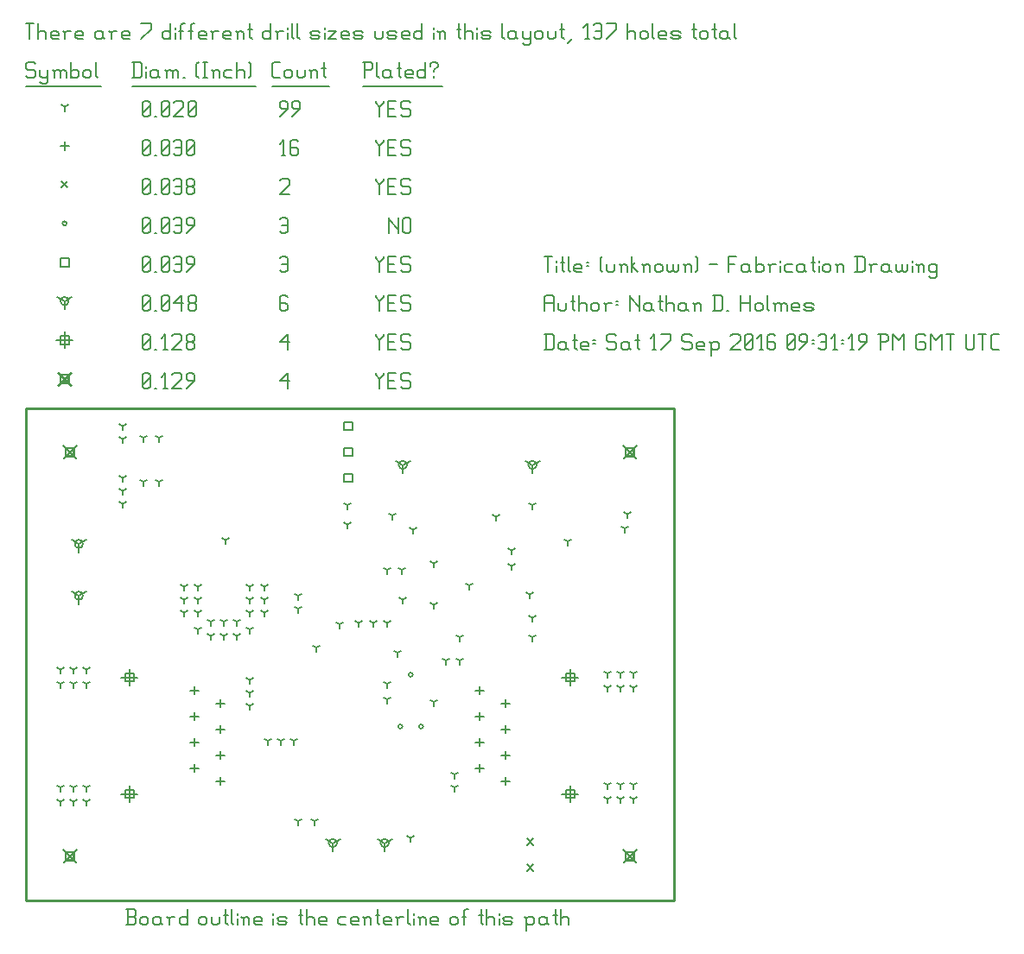
<source format=gbr>
G04 start of page 13 for group -3984 idx -3984 *
G04 Title: (unknown), fab *
G04 Creator: pcb 20140316 *
G04 CreationDate: Sat 17 Sep 2016 09:31:19 PM GMT UTC *
G04 For: ndholmes *
G04 Format: Gerber/RS-274X *
G04 PCB-Dimensions (mil): 2500.00 1900.00 *
G04 PCB-Coordinate-Origin: lower left *
%MOIN*%
%FSLAX25Y25*%
%LNFAB*%
%ADD115C,0.0100*%
%ADD114C,0.0060*%
%ADD113R,0.0080X0.0080*%
%ADD112C,0.0001*%
G54D112*G36*
X14600Y175966D02*X19966Y170600D01*
X19400Y170034D01*
X14034Y175400D01*
X14600Y175966D01*
G37*
G36*
X14034Y170600D02*X19400Y175966D01*
X19966Y175400D01*
X14600Y170034D01*
X14034Y170600D01*
G37*
G54D113*X15400Y174600D02*X18600D01*
X15400D02*Y171400D01*
X18600D01*
Y174600D02*Y171400D01*
G54D112*G36*
X230600Y175966D02*X235966Y170600D01*
X235400Y170034D01*
X230034Y175400D01*
X230600Y175966D01*
G37*
G36*
X230034Y170600D02*X235400Y175966D01*
X235966Y175400D01*
X230600Y170034D01*
X230034Y170600D01*
G37*
G54D113*X231400Y174600D02*X234600D01*
X231400D02*Y171400D01*
X234600D01*
Y174600D02*Y171400D01*
G54D112*G36*
X230600Y19966D02*X235966Y14600D01*
X235400Y14034D01*
X230034Y19400D01*
X230600Y19966D01*
G37*
G36*
X230034Y14600D02*X235400Y19966D01*
X235966Y19400D01*
X230600Y14034D01*
X230034Y14600D01*
G37*
G54D113*X231400Y18600D02*X234600D01*
X231400D02*Y15400D01*
X234600D01*
Y18600D02*Y15400D01*
G54D112*G36*
X14600Y19966D02*X19966Y14600D01*
X19400Y14034D01*
X14034Y19400D01*
X14600Y19966D01*
G37*
G36*
X14034Y14600D02*X19400Y19966D01*
X19966Y19400D01*
X14600Y14034D01*
X14034Y14600D01*
G37*
G54D113*X15400Y18600D02*X18600D01*
X15400D02*Y15400D01*
X18600D01*
Y18600D02*Y15400D01*
G54D112*G36*
X12600Y204216D02*X17966Y198850D01*
X17400Y198284D01*
X12034Y203650D01*
X12600Y204216D01*
G37*
G36*
X12034Y198850D02*X17400Y204216D01*
X17966Y203650D01*
X12600Y198284D01*
X12034Y198850D01*
G37*
G54D113*X13400Y202850D02*X16600D01*
X13400D02*Y199650D01*
X16600D01*
Y202850D02*Y199650D01*
G54D114*X135000Y203500D02*Y202750D01*
X136500Y201250D01*
X138000Y202750D01*
Y203500D02*Y202750D01*
X136500Y201250D02*Y197500D01*
X139800Y200500D02*X142050D01*
X139800Y197500D02*X142800D01*
X139800Y203500D02*Y197500D01*
Y203500D02*X142800D01*
X147600D02*X148350Y202750D01*
X145350Y203500D02*X147600D01*
X144600Y202750D02*X145350Y203500D01*
X144600Y202750D02*Y201250D01*
X145350Y200500D01*
X147600D01*
X148350Y199750D01*
Y198250D01*
X147600Y197500D02*X148350Y198250D01*
X145350Y197500D02*X147600D01*
X144600Y198250D02*X145350Y197500D01*
X98000Y200500D02*X101000Y203500D01*
X98000Y200500D02*X101750D01*
X101000Y203500D02*Y197500D01*
X45000Y198250D02*X45750Y197500D01*
X45000Y202750D02*Y198250D01*
Y202750D02*X45750Y203500D01*
X47250D01*
X48000Y202750D01*
Y198250D01*
X47250Y197500D02*X48000Y198250D01*
X45750Y197500D02*X47250D01*
X45000Y199000D02*X48000Y202000D01*
X49800Y197500D02*X50550D01*
X53100D02*X54600D01*
X53850Y203500D02*Y197500D01*
X52350Y202000D02*X53850Y203500D01*
X56400Y202750D02*X57150Y203500D01*
X59400D01*
X60150Y202750D01*
Y201250D01*
X56400Y197500D02*X60150Y201250D01*
X56400Y197500D02*X60150D01*
X61950D02*X64950Y200500D01*
Y202750D02*Y200500D01*
X64200Y203500D02*X64950Y202750D01*
X62700Y203500D02*X64200D01*
X61950Y202750D02*X62700Y203500D01*
X61950Y202750D02*Y201250D01*
X62700Y200500D01*
X64950D01*
X40000Y89200D02*Y82800D01*
X36800Y86000D02*X43200D01*
X38400Y87600D02*X41600D01*
X38400D02*Y84400D01*
X41600D01*
Y87600D02*Y84400D01*
X40000Y44200D02*Y37800D01*
X36800Y41000D02*X43200D01*
X38400Y42600D02*X41600D01*
X38400D02*Y39400D01*
X41600D01*
Y42600D02*Y39400D01*
X210000Y44200D02*Y37800D01*
X206800Y41000D02*X213200D01*
X208400Y42600D02*X211600D01*
X208400D02*Y39400D01*
X211600D01*
Y42600D02*Y39400D01*
X210000Y89200D02*Y82800D01*
X206800Y86000D02*X213200D01*
X208400Y87600D02*X211600D01*
X208400D02*Y84400D01*
X211600D01*
Y87600D02*Y84400D01*
X15000Y219450D02*Y213050D01*
X11800Y216250D02*X18200D01*
X13400Y217850D02*X16600D01*
X13400D02*Y214650D01*
X16600D01*
Y217850D02*Y214650D01*
X135000Y218500D02*Y217750D01*
X136500Y216250D01*
X138000Y217750D01*
Y218500D02*Y217750D01*
X136500Y216250D02*Y212500D01*
X139800Y215500D02*X142050D01*
X139800Y212500D02*X142800D01*
X139800Y218500D02*Y212500D01*
Y218500D02*X142800D01*
X147600D02*X148350Y217750D01*
X145350Y218500D02*X147600D01*
X144600Y217750D02*X145350Y218500D01*
X144600Y217750D02*Y216250D01*
X145350Y215500D01*
X147600D01*
X148350Y214750D01*
Y213250D01*
X147600Y212500D02*X148350Y213250D01*
X145350Y212500D02*X147600D01*
X144600Y213250D02*X145350Y212500D01*
X98000Y215500D02*X101000Y218500D01*
X98000Y215500D02*X101750D01*
X101000Y218500D02*Y212500D01*
X45000Y213250D02*X45750Y212500D01*
X45000Y217750D02*Y213250D01*
Y217750D02*X45750Y218500D01*
X47250D01*
X48000Y217750D01*
Y213250D01*
X47250Y212500D02*X48000Y213250D01*
X45750Y212500D02*X47250D01*
X45000Y214000D02*X48000Y217000D01*
X49800Y212500D02*X50550D01*
X53100D02*X54600D01*
X53850Y218500D02*Y212500D01*
X52350Y217000D02*X53850Y218500D01*
X56400Y217750D02*X57150Y218500D01*
X59400D01*
X60150Y217750D01*
Y216250D01*
X56400Y212500D02*X60150Y216250D01*
X56400Y212500D02*X60150D01*
X61950Y213250D02*X62700Y212500D01*
X61950Y214750D02*Y213250D01*
Y214750D02*X62700Y215500D01*
X64200D01*
X64950Y214750D01*
Y213250D01*
X64200Y212500D02*X64950Y213250D01*
X62700Y212500D02*X64200D01*
X61950Y216250D02*X62700Y215500D01*
X61950Y217750D02*Y216250D01*
Y217750D02*X62700Y218500D01*
X64200D01*
X64950Y217750D01*
Y216250D01*
X64200Y215500D02*X64950Y216250D01*
X118500Y22000D02*Y18800D01*
Y22000D02*X121273Y23600D01*
X118500Y22000D02*X115727Y23600D01*
X116900Y22000D02*G75*G03X120100Y22000I1600J0D01*G01*
G75*G03X116900Y22000I-1600J0D01*G01*
X138500D02*Y18800D01*
Y22000D02*X141273Y23600D01*
X138500Y22000D02*X135727Y23600D01*
X136900Y22000D02*G75*G03X140100Y22000I1600J0D01*G01*
G75*G03X136900Y22000I-1600J0D01*G01*
X145500Y168000D02*Y164800D01*
Y168000D02*X148273Y169600D01*
X145500Y168000D02*X142727Y169600D01*
X143900Y168000D02*G75*G03X147100Y168000I1600J0D01*G01*
G75*G03X143900Y168000I-1600J0D01*G01*
X195500D02*Y164800D01*
Y168000D02*X198273Y169600D01*
X195500Y168000D02*X192727Y169600D01*
X193900Y168000D02*G75*G03X197100Y168000I1600J0D01*G01*
G75*G03X193900Y168000I-1600J0D01*G01*
X20500Y137500D02*Y134300D01*
Y137500D02*X23273Y139100D01*
X20500Y137500D02*X17727Y139100D01*
X18900Y137500D02*G75*G03X22100Y137500I1600J0D01*G01*
G75*G03X18900Y137500I-1600J0D01*G01*
X20500Y117500D02*Y114300D01*
Y117500D02*X23273Y119100D01*
X20500Y117500D02*X17727Y119100D01*
X18900Y117500D02*G75*G03X22100Y117500I1600J0D01*G01*
G75*G03X18900Y117500I-1600J0D01*G01*
X15000Y231250D02*Y228050D01*
Y231250D02*X17773Y232850D01*
X15000Y231250D02*X12227Y232850D01*
X13400Y231250D02*G75*G03X16600Y231250I1600J0D01*G01*
G75*G03X13400Y231250I-1600J0D01*G01*
X135000Y233500D02*Y232750D01*
X136500Y231250D01*
X138000Y232750D01*
Y233500D02*Y232750D01*
X136500Y231250D02*Y227500D01*
X139800Y230500D02*X142050D01*
X139800Y227500D02*X142800D01*
X139800Y233500D02*Y227500D01*
Y233500D02*X142800D01*
X147600D02*X148350Y232750D01*
X145350Y233500D02*X147600D01*
X144600Y232750D02*X145350Y233500D01*
X144600Y232750D02*Y231250D01*
X145350Y230500D01*
X147600D01*
X148350Y229750D01*
Y228250D01*
X147600Y227500D02*X148350Y228250D01*
X145350Y227500D02*X147600D01*
X144600Y228250D02*X145350Y227500D01*
X100250Y233500D02*X101000Y232750D01*
X98750Y233500D02*X100250D01*
X98000Y232750D02*X98750Y233500D01*
X98000Y232750D02*Y228250D01*
X98750Y227500D01*
X100250Y230500D02*X101000Y229750D01*
X98000Y230500D02*X100250D01*
X98750Y227500D02*X100250D01*
X101000Y228250D01*
Y229750D02*Y228250D01*
X45000D02*X45750Y227500D01*
X45000Y232750D02*Y228250D01*
Y232750D02*X45750Y233500D01*
X47250D01*
X48000Y232750D01*
Y228250D01*
X47250Y227500D02*X48000Y228250D01*
X45750Y227500D02*X47250D01*
X45000Y229000D02*X48000Y232000D01*
X49800Y227500D02*X50550D01*
X52350Y228250D02*X53100Y227500D01*
X52350Y232750D02*Y228250D01*
Y232750D02*X53100Y233500D01*
X54600D01*
X55350Y232750D01*
Y228250D01*
X54600Y227500D02*X55350Y228250D01*
X53100Y227500D02*X54600D01*
X52350Y229000D02*X55350Y232000D01*
X57150Y230500D02*X60150Y233500D01*
X57150Y230500D02*X60900D01*
X60150Y233500D02*Y227500D01*
X62700Y228250D02*X63450Y227500D01*
X62700Y229750D02*Y228250D01*
Y229750D02*X63450Y230500D01*
X64950D01*
X65700Y229750D01*
Y228250D01*
X64950Y227500D02*X65700Y228250D01*
X63450Y227500D02*X64950D01*
X62700Y231250D02*X63450Y230500D01*
X62700Y232750D02*Y231250D01*
Y232750D02*X63450Y233500D01*
X64950D01*
X65700Y232750D01*
Y231250D01*
X64950Y230500D02*X65700Y231250D01*
X147700Y87000D02*G75*G03X149300Y87000I800J0D01*G01*
G75*G03X147700Y87000I-800J0D01*G01*
X151700Y67000D02*G75*G03X153300Y67000I800J0D01*G01*
G75*G03X151700Y67000I-800J0D01*G01*
X143700D02*G75*G03X145300Y67000I800J0D01*G01*
G75*G03X143700Y67000I-800J0D01*G01*
X122900Y184600D02*X126100D01*
X122900D02*Y181400D01*
X126100D01*
Y184600D02*Y181400D01*
X122900Y174600D02*X126100D01*
X122900D02*Y171400D01*
X126100D01*
Y174600D02*Y171400D01*
X122900Y164600D02*X126100D01*
X122900D02*Y161400D01*
X126100D01*
Y164600D02*Y161400D01*
X13400Y247850D02*X16600D01*
X13400D02*Y244650D01*
X16600D01*
Y247850D02*Y244650D01*
X135000Y248500D02*Y247750D01*
X136500Y246250D01*
X138000Y247750D01*
Y248500D02*Y247750D01*
X136500Y246250D02*Y242500D01*
X139800Y245500D02*X142050D01*
X139800Y242500D02*X142800D01*
X139800Y248500D02*Y242500D01*
Y248500D02*X142800D01*
X147600D02*X148350Y247750D01*
X145350Y248500D02*X147600D01*
X144600Y247750D02*X145350Y248500D01*
X144600Y247750D02*Y246250D01*
X145350Y245500D01*
X147600D01*
X148350Y244750D01*
Y243250D01*
X147600Y242500D02*X148350Y243250D01*
X145350Y242500D02*X147600D01*
X144600Y243250D02*X145350Y242500D01*
X98000Y247750D02*X98750Y248500D01*
X100250D01*
X101000Y247750D01*
Y243250D01*
X100250Y242500D02*X101000Y243250D01*
X98750Y242500D02*X100250D01*
X98000Y243250D02*X98750Y242500D01*
Y245500D02*X101000D01*
X14200Y261250D02*G75*G03X15800Y261250I800J0D01*G01*
G75*G03X14200Y261250I-800J0D01*G01*
X140000Y263500D02*Y257500D01*
Y263500D02*Y262750D01*
X143750Y259000D01*
Y263500D02*Y257500D01*
X145550Y262750D02*Y258250D01*
Y262750D02*X146300Y263500D01*
X147800D01*
X148550Y262750D01*
Y258250D01*
X147800Y257500D02*X148550Y258250D01*
X146300Y257500D02*X147800D01*
X145550Y258250D02*X146300Y257500D01*
X98000Y262750D02*X98750Y263500D01*
X100250D01*
X101000Y262750D01*
Y258250D01*
X100250Y257500D02*X101000Y258250D01*
X98750Y257500D02*X100250D01*
X98000Y258250D02*X98750Y257500D01*
Y260500D02*X101000D01*
X45000Y258250D02*X45750Y257500D01*
X45000Y262750D02*Y258250D01*
Y262750D02*X45750Y263500D01*
X47250D01*
X48000Y262750D01*
Y258250D01*
X47250Y257500D02*X48000Y258250D01*
X45750Y257500D02*X47250D01*
X45000Y259000D02*X48000Y262000D01*
X49800Y257500D02*X50550D01*
X52350Y258250D02*X53100Y257500D01*
X52350Y262750D02*Y258250D01*
Y262750D02*X53100Y263500D01*
X54600D01*
X55350Y262750D01*
Y258250D01*
X54600Y257500D02*X55350Y258250D01*
X53100Y257500D02*X54600D01*
X52350Y259000D02*X55350Y262000D01*
X57150Y262750D02*X57900Y263500D01*
X59400D01*
X60150Y262750D01*
Y258250D01*
X59400Y257500D02*X60150Y258250D01*
X57900Y257500D02*X59400D01*
X57150Y258250D02*X57900Y257500D01*
Y260500D02*X60150D01*
X61950Y257500D02*X64950Y260500D01*
Y262750D02*Y260500D01*
X64200Y263500D02*X64950Y262750D01*
X62700Y263500D02*X64200D01*
X61950Y262750D02*X62700Y263500D01*
X61950Y262750D02*Y261250D01*
X62700Y260500D01*
X64950D01*
X45000Y243250D02*X45750Y242500D01*
X45000Y247750D02*Y243250D01*
Y247750D02*X45750Y248500D01*
X47250D01*
X48000Y247750D01*
Y243250D01*
X47250Y242500D02*X48000Y243250D01*
X45750Y242500D02*X47250D01*
X45000Y244000D02*X48000Y247000D01*
X49800Y242500D02*X50550D01*
X52350Y243250D02*X53100Y242500D01*
X52350Y247750D02*Y243250D01*
Y247750D02*X53100Y248500D01*
X54600D01*
X55350Y247750D01*
Y243250D01*
X54600Y242500D02*X55350Y243250D01*
X53100Y242500D02*X54600D01*
X52350Y244000D02*X55350Y247000D01*
X57150Y247750D02*X57900Y248500D01*
X59400D01*
X60150Y247750D01*
Y243250D01*
X59400Y242500D02*X60150Y243250D01*
X57900Y242500D02*X59400D01*
X57150Y243250D02*X57900Y242500D01*
Y245500D02*X60150D01*
X61950Y242500D02*X64950Y245500D01*
Y247750D02*Y245500D01*
X64200Y248500D02*X64950Y247750D01*
X62700Y248500D02*X64200D01*
X61950Y247750D02*X62700Y248500D01*
X61950Y247750D02*Y246250D01*
X62700Y245500D01*
X64950D01*
X193300Y23700D02*X195700Y21300D01*
X193300D02*X195700Y23700D01*
X193300Y13700D02*X195700Y11300D01*
X193300D02*X195700Y13700D01*
X13800Y277450D02*X16200Y275050D01*
X13800D02*X16200Y277450D01*
X135000Y278500D02*Y277750D01*
X136500Y276250D01*
X138000Y277750D01*
Y278500D02*Y277750D01*
X136500Y276250D02*Y272500D01*
X139800Y275500D02*X142050D01*
X139800Y272500D02*X142800D01*
X139800Y278500D02*Y272500D01*
Y278500D02*X142800D01*
X147600D02*X148350Y277750D01*
X145350Y278500D02*X147600D01*
X144600Y277750D02*X145350Y278500D01*
X144600Y277750D02*Y276250D01*
X145350Y275500D01*
X147600D01*
X148350Y274750D01*
Y273250D01*
X147600Y272500D02*X148350Y273250D01*
X145350Y272500D02*X147600D01*
X144600Y273250D02*X145350Y272500D01*
X98000Y277750D02*X98750Y278500D01*
X101000D01*
X101750Y277750D01*
Y276250D01*
X98000Y272500D02*X101750Y276250D01*
X98000Y272500D02*X101750D01*
X45000Y273250D02*X45750Y272500D01*
X45000Y277750D02*Y273250D01*
Y277750D02*X45750Y278500D01*
X47250D01*
X48000Y277750D01*
Y273250D01*
X47250Y272500D02*X48000Y273250D01*
X45750Y272500D02*X47250D01*
X45000Y274000D02*X48000Y277000D01*
X49800Y272500D02*X50550D01*
X52350Y273250D02*X53100Y272500D01*
X52350Y277750D02*Y273250D01*
Y277750D02*X53100Y278500D01*
X54600D01*
X55350Y277750D01*
Y273250D01*
X54600Y272500D02*X55350Y273250D01*
X53100Y272500D02*X54600D01*
X52350Y274000D02*X55350Y277000D01*
X57150Y277750D02*X57900Y278500D01*
X59400D01*
X60150Y277750D01*
Y273250D01*
X59400Y272500D02*X60150Y273250D01*
X57900Y272500D02*X59400D01*
X57150Y273250D02*X57900Y272500D01*
Y275500D02*X60150D01*
X61950Y273250D02*X62700Y272500D01*
X61950Y274750D02*Y273250D01*
Y274750D02*X62700Y275500D01*
X64200D01*
X64950Y274750D01*
Y273250D01*
X64200Y272500D02*X64950Y273250D01*
X62700Y272500D02*X64200D01*
X61950Y276250D02*X62700Y275500D01*
X61950Y277750D02*Y276250D01*
Y277750D02*X62700Y278500D01*
X64200D01*
X64950Y277750D01*
Y276250D01*
X64200Y275500D02*X64950Y276250D01*
X65000Y82600D02*Y79400D01*
X63400Y81000D02*X66600D01*
X75000Y77600D02*Y74400D01*
X73400Y76000D02*X76600D01*
X65000Y72600D02*Y69400D01*
X63400Y71000D02*X66600D01*
X75000Y67600D02*Y64400D01*
X73400Y66000D02*X76600D01*
X65000Y62600D02*Y59400D01*
X63400Y61000D02*X66600D01*
X75000Y57600D02*Y54400D01*
X73400Y56000D02*X76600D01*
X65000Y52600D02*Y49400D01*
X63400Y51000D02*X66600D01*
X75000Y47600D02*Y44400D01*
X73400Y46000D02*X76600D01*
X185000Y47600D02*Y44400D01*
X183400Y46000D02*X186600D01*
X175000Y52600D02*Y49400D01*
X173400Y51000D02*X176600D01*
X185000Y57600D02*Y54400D01*
X183400Y56000D02*X186600D01*
X175000Y62600D02*Y59400D01*
X173400Y61000D02*X176600D01*
X185000Y67600D02*Y64400D01*
X183400Y66000D02*X186600D01*
X175000Y72600D02*Y69400D01*
X173400Y71000D02*X176600D01*
X185000Y77600D02*Y74400D01*
X183400Y76000D02*X186600D01*
X175000Y82600D02*Y79400D01*
X173400Y81000D02*X176600D01*
X15000Y292850D02*Y289650D01*
X13400Y291250D02*X16600D01*
X135000Y293500D02*Y292750D01*
X136500Y291250D01*
X138000Y292750D01*
Y293500D02*Y292750D01*
X136500Y291250D02*Y287500D01*
X139800Y290500D02*X142050D01*
X139800Y287500D02*X142800D01*
X139800Y293500D02*Y287500D01*
Y293500D02*X142800D01*
X147600D02*X148350Y292750D01*
X145350Y293500D02*X147600D01*
X144600Y292750D02*X145350Y293500D01*
X144600Y292750D02*Y291250D01*
X145350Y290500D01*
X147600D01*
X148350Y289750D01*
Y288250D01*
X147600Y287500D02*X148350Y288250D01*
X145350Y287500D02*X147600D01*
X144600Y288250D02*X145350Y287500D01*
X98750D02*X100250D01*
X99500Y293500D02*Y287500D01*
X98000Y292000D02*X99500Y293500D01*
X104300D02*X105050Y292750D01*
X102800Y293500D02*X104300D01*
X102050Y292750D02*X102800Y293500D01*
X102050Y292750D02*Y288250D01*
X102800Y287500D01*
X104300Y290500D02*X105050Y289750D01*
X102050Y290500D02*X104300D01*
X102800Y287500D02*X104300D01*
X105050Y288250D01*
Y289750D02*Y288250D01*
X45000D02*X45750Y287500D01*
X45000Y292750D02*Y288250D01*
Y292750D02*X45750Y293500D01*
X47250D01*
X48000Y292750D01*
Y288250D01*
X47250Y287500D02*X48000Y288250D01*
X45750Y287500D02*X47250D01*
X45000Y289000D02*X48000Y292000D01*
X49800Y287500D02*X50550D01*
X52350Y288250D02*X53100Y287500D01*
X52350Y292750D02*Y288250D01*
Y292750D02*X53100Y293500D01*
X54600D01*
X55350Y292750D01*
Y288250D01*
X54600Y287500D02*X55350Y288250D01*
X53100Y287500D02*X54600D01*
X52350Y289000D02*X55350Y292000D01*
X57150Y292750D02*X57900Y293500D01*
X59400D01*
X60150Y292750D01*
Y288250D01*
X59400Y287500D02*X60150Y288250D01*
X57900Y287500D02*X59400D01*
X57150Y288250D02*X57900Y287500D01*
Y290500D02*X60150D01*
X61950Y288250D02*X62700Y287500D01*
X61950Y292750D02*Y288250D01*
Y292750D02*X62700Y293500D01*
X64200D01*
X64950Y292750D01*
Y288250D01*
X64200Y287500D02*X64950Y288250D01*
X62700Y287500D02*X64200D01*
X61950Y289000D02*X64950Y292000D01*
X195500Y101500D02*Y99900D01*
Y101500D02*X196887Y102300D01*
X195500Y101500D02*X194113Y102300D01*
X187500Y129000D02*Y127400D01*
Y129000D02*X188887Y129800D01*
X187500Y129000D02*X186113Y129800D01*
X187500Y135000D02*Y133400D01*
Y135000D02*X188887Y135800D01*
X187500Y135000D02*X186113Y135800D01*
X86500Y80000D02*Y78400D01*
Y80000D02*X87887Y80800D01*
X86500Y80000D02*X85113Y80800D01*
X86500Y85000D02*Y83400D01*
Y85000D02*X87887Y85800D01*
X86500Y85000D02*X85113Y85800D01*
X171000Y121500D02*Y119900D01*
Y121500D02*X172387Y122300D01*
X171000Y121500D02*X169613Y122300D01*
X145000Y127500D02*Y125900D01*
Y127500D02*X146387Y128300D01*
X145000Y127500D02*X143613Y128300D01*
X105000Y117500D02*Y115900D01*
Y117500D02*X106387Y118300D01*
X105000Y117500D02*X103613Y118300D01*
X149500Y143000D02*Y141400D01*
Y143000D02*X150887Y143800D01*
X149500Y143000D02*X148113Y143800D01*
X124000Y152500D02*Y150900D01*
Y152500D02*X125387Y153300D01*
X124000Y152500D02*X122613Y153300D01*
X139500Y127500D02*Y125900D01*
Y127500D02*X140887Y128300D01*
X139500Y127500D02*X138113Y128300D01*
X209000Y138500D02*Y136900D01*
Y138500D02*X210387Y139300D01*
X209000Y138500D02*X207613Y139300D01*
X195500Y109000D02*Y107400D01*
Y109000D02*X196887Y109800D01*
X195500Y109000D02*X194113Y109800D01*
X45500Y178500D02*Y176900D01*
Y178500D02*X46887Y179300D01*
X45500Y178500D02*X44113Y179300D01*
X51500Y178500D02*Y176900D01*
Y178500D02*X52887Y179300D01*
X51500Y178500D02*X50113Y179300D01*
X45500Y161500D02*Y159900D01*
Y161500D02*X46887Y162300D01*
X45500Y161500D02*X44113Y162300D01*
X51500Y161500D02*Y159900D01*
Y161500D02*X52887Y162300D01*
X51500Y161500D02*X50113Y162300D01*
X66500Y121000D02*Y119400D01*
Y121000D02*X67887Y121800D01*
X66500Y121000D02*X65113Y121800D01*
X66500Y116000D02*Y114400D01*
Y116000D02*X67887Y116800D01*
X66500Y116000D02*X65113Y116800D01*
X66500Y111000D02*Y109400D01*
Y111000D02*X67887Y111800D01*
X66500Y111000D02*X65113Y111800D01*
X86500Y111000D02*Y109400D01*
Y111000D02*X87887Y111800D01*
X86500Y111000D02*X85113Y111800D01*
X86500Y116000D02*Y114400D01*
Y116000D02*X87887Y116800D01*
X86500Y116000D02*X85113Y116800D01*
X86500Y121000D02*Y119400D01*
Y121000D02*X87887Y121800D01*
X86500Y121000D02*X85113Y121800D01*
X71500Y107500D02*Y105900D01*
Y107500D02*X72887Y108300D01*
X71500Y107500D02*X70113Y108300D01*
X76500Y107500D02*Y105900D01*
Y107500D02*X77887Y108300D01*
X76500Y107500D02*X75113Y108300D01*
X81500Y107500D02*Y105900D01*
Y107500D02*X82887Y108300D01*
X81500Y107500D02*X80113Y108300D01*
X105000Y112500D02*Y110900D01*
Y112500D02*X106387Y113300D01*
X105000Y112500D02*X103613Y113300D01*
X165500Y43500D02*Y41900D01*
Y43500D02*X166887Y44300D01*
X165500Y43500D02*X164113Y44300D01*
X165500Y48500D02*Y46900D01*
Y48500D02*X166887Y49300D01*
X165500Y48500D02*X164113Y49300D01*
X86500Y75000D02*Y73400D01*
Y75000D02*X87887Y75800D01*
X86500Y75000D02*X85113Y75800D01*
X93500Y61500D02*Y59900D01*
Y61500D02*X94887Y62300D01*
X93500Y61500D02*X92113Y62300D01*
X103500Y61500D02*Y59900D01*
Y61500D02*X104887Y62300D01*
X103500Y61500D02*X102113Y62300D01*
X98500Y61500D02*Y59900D01*
Y61500D02*X99887Y62300D01*
X98500Y61500D02*X97113Y62300D01*
X121000Y106500D02*Y104900D01*
Y106500D02*X122387Y107300D01*
X121000Y106500D02*X119613Y107300D01*
X181500Y148000D02*Y146400D01*
Y148000D02*X182887Y148800D01*
X181500Y148000D02*X180113Y148800D01*
X157500Y76500D02*Y74900D01*
Y76500D02*X158887Y77300D01*
X157500Y76500D02*X156113Y77300D01*
X139500Y107000D02*Y105400D01*
Y107000D02*X140887Y107800D01*
X139500Y107000D02*X138113Y107800D01*
X134000Y107000D02*Y105400D01*
Y107000D02*X135387Y107800D01*
X134000Y107000D02*X132613Y107800D01*
X128500Y107000D02*Y105400D01*
Y107000D02*X129887Y107800D01*
X128500Y107000D02*X127113Y107800D01*
X139500Y77500D02*Y75900D01*
Y77500D02*X140887Y78300D01*
X139500Y77500D02*X138113Y78300D01*
X139500Y83500D02*Y81900D01*
Y83500D02*X140887Y84300D01*
X139500Y83500D02*X138113Y84300D01*
X143500Y95500D02*Y93900D01*
Y95500D02*X144887Y96300D01*
X143500Y95500D02*X142113Y96300D01*
X195500Y152500D02*Y150900D01*
Y152500D02*X196887Y153300D01*
X195500Y152500D02*X194113Y153300D01*
X141500Y148500D02*Y146900D01*
Y148500D02*X142887Y149300D01*
X141500Y148500D02*X140113Y149300D01*
X124000Y145000D02*Y143400D01*
Y145000D02*X125387Y145800D01*
X124000Y145000D02*X122613Y145800D01*
X232000Y149000D02*Y147400D01*
Y149000D02*X233387Y149800D01*
X232000Y149000D02*X230613Y149800D01*
X194500Y118000D02*Y116400D01*
Y118000D02*X195887Y118800D01*
X194500Y118000D02*X193113Y118800D01*
X162000Y92500D02*Y90900D01*
Y92500D02*X163387Y93300D01*
X162000Y92500D02*X160613Y93300D01*
X167500Y92500D02*Y90900D01*
Y92500D02*X168887Y93300D01*
X167500Y92500D02*X166113Y93300D01*
X167500Y101500D02*Y99900D01*
Y101500D02*X168887Y102300D01*
X167500Y101500D02*X166113Y102300D01*
X231000Y143500D02*Y141900D01*
Y143500D02*X232387Y144300D01*
X231000Y143500D02*X229613Y144300D01*
X71500Y102000D02*Y100400D01*
Y102000D02*X72887Y102800D01*
X71500Y102000D02*X70113Y102800D01*
X76500Y102000D02*Y100400D01*
Y102000D02*X77887Y102800D01*
X76500Y102000D02*X75113Y102800D01*
X81500Y102000D02*Y100400D01*
Y102000D02*X82887Y102800D01*
X81500Y102000D02*X80113Y102800D01*
X66500Y104500D02*Y102900D01*
Y104500D02*X67887Y105300D01*
X66500Y104500D02*X65113Y105300D01*
X86500Y104500D02*Y102900D01*
Y104500D02*X87887Y105300D01*
X86500Y104500D02*X85113Y105300D01*
X61000Y121000D02*Y119400D01*
Y121000D02*X62387Y121800D01*
X61000Y121000D02*X59613Y121800D01*
X61000Y116000D02*Y114400D01*
Y116000D02*X62387Y116800D01*
X61000Y116000D02*X59613Y116800D01*
X61000Y111000D02*Y109400D01*
Y111000D02*X62387Y111800D01*
X61000Y111000D02*X59613Y111800D01*
X92000Y111000D02*Y109400D01*
Y111000D02*X93387Y111800D01*
X92000Y111000D02*X90613Y111800D01*
X92000Y116000D02*Y114400D01*
Y116000D02*X93387Y116800D01*
X92000Y116000D02*X90613Y116800D01*
X92000Y121000D02*Y119400D01*
Y121000D02*X93387Y121800D01*
X92000Y121000D02*X90613Y121800D01*
X37500Y163000D02*Y161400D01*
Y163000D02*X38887Y163800D01*
X37500Y163000D02*X36113Y163800D01*
X37500Y158000D02*Y156400D01*
Y158000D02*X38887Y158800D01*
X37500Y158000D02*X36113Y158800D01*
X37500Y153000D02*Y151400D01*
Y153000D02*X38887Y153800D01*
X37500Y153000D02*X36113Y153800D01*
X37500Y183000D02*Y181400D01*
Y183000D02*X38887Y183800D01*
X37500Y183000D02*X36113Y183800D01*
X37500Y178000D02*Y176400D01*
Y178000D02*X38887Y178800D01*
X37500Y178000D02*X36113Y178800D01*
X77000Y139000D02*Y137400D01*
Y139000D02*X78387Y139800D01*
X77000Y139000D02*X75613Y139800D01*
X224500Y87500D02*Y85900D01*
Y87500D02*X225887Y88300D01*
X224500Y87500D02*X223113Y88300D01*
X229500Y87500D02*Y85900D01*
Y87500D02*X230887Y88300D01*
X229500Y87500D02*X228113Y88300D01*
X234500Y87500D02*Y85900D01*
Y87500D02*X235887Y88300D01*
X234500Y87500D02*X233113Y88300D01*
X224500Y82000D02*Y80400D01*
Y82000D02*X225887Y82800D01*
X224500Y82000D02*X223113Y82800D01*
X229500Y82000D02*Y80400D01*
Y82000D02*X230887Y82800D01*
X229500Y82000D02*X228113Y82800D01*
X234500Y82000D02*Y80400D01*
Y82000D02*X235887Y82800D01*
X234500Y82000D02*X233113Y82800D01*
X224500Y44500D02*Y42900D01*
Y44500D02*X225887Y45300D01*
X224500Y44500D02*X223113Y45300D01*
X229500Y44500D02*Y42900D01*
Y44500D02*X230887Y45300D01*
X229500Y44500D02*X228113Y45300D01*
X234500Y44500D02*Y42900D01*
Y44500D02*X235887Y45300D01*
X234500Y44500D02*X233113Y45300D01*
X224500Y39000D02*Y37400D01*
Y39000D02*X225887Y39800D01*
X224500Y39000D02*X223113Y39800D01*
X229500Y39000D02*Y37400D01*
Y39000D02*X230887Y39800D01*
X229500Y39000D02*X228113Y39800D01*
X234500Y39000D02*Y37400D01*
Y39000D02*X235887Y39800D01*
X234500Y39000D02*X233113Y39800D01*
X13500Y89000D02*Y87400D01*
Y89000D02*X14887Y89800D01*
X13500Y89000D02*X12113Y89800D01*
X18500Y89000D02*Y87400D01*
Y89000D02*X19887Y89800D01*
X18500Y89000D02*X17113Y89800D01*
X23500Y89000D02*Y87400D01*
Y89000D02*X24887Y89800D01*
X23500Y89000D02*X22113Y89800D01*
X13500Y83500D02*Y81900D01*
Y83500D02*X14887Y84300D01*
X13500Y83500D02*X12113Y84300D01*
X18500Y83500D02*Y81900D01*
Y83500D02*X19887Y84300D01*
X18500Y83500D02*X17113Y84300D01*
X23500Y83500D02*Y81900D01*
Y83500D02*X24887Y84300D01*
X23500Y83500D02*X22113Y84300D01*
X13500Y43500D02*Y41900D01*
Y43500D02*X14887Y44300D01*
X13500Y43500D02*X12113Y44300D01*
X18500Y43500D02*Y41900D01*
Y43500D02*X19887Y44300D01*
X18500Y43500D02*X17113Y44300D01*
X23500Y43500D02*Y41900D01*
Y43500D02*X24887Y44300D01*
X23500Y43500D02*X22113Y44300D01*
X13500Y38000D02*Y36400D01*
Y38000D02*X14887Y38800D01*
X13500Y38000D02*X12113Y38800D01*
X18500Y38000D02*Y36400D01*
Y38000D02*X19887Y38800D01*
X18500Y38000D02*X17113Y38800D01*
X23500Y38000D02*Y36400D01*
Y38000D02*X24887Y38800D01*
X23500Y38000D02*X22113Y38800D01*
X148500Y24000D02*Y22400D01*
Y24000D02*X149887Y24800D01*
X148500Y24000D02*X147113Y24800D01*
X105000Y30500D02*Y28900D01*
Y30500D02*X106387Y31300D01*
X105000Y30500D02*X103613Y31300D01*
X111500Y30500D02*Y28900D01*
Y30500D02*X112887Y31300D01*
X111500Y30500D02*X110113Y31300D01*
X157500Y130000D02*Y128400D01*
Y130000D02*X158887Y130800D01*
X157500Y130000D02*X156113Y130800D01*
X157500Y114000D02*Y112400D01*
Y114000D02*X158887Y114800D01*
X157500Y114000D02*X156113Y114800D01*
X145500Y116000D02*Y114400D01*
Y116000D02*X146887Y116800D01*
X145500Y116000D02*X144113Y116800D01*
X112000Y97500D02*Y95900D01*
Y97500D02*X113387Y98300D01*
X112000Y97500D02*X110613Y98300D01*
X15000Y306250D02*Y304650D01*
Y306250D02*X16387Y307050D01*
X15000Y306250D02*X13613Y307050D01*
X135000Y308500D02*Y307750D01*
X136500Y306250D01*
X138000Y307750D01*
Y308500D02*Y307750D01*
X136500Y306250D02*Y302500D01*
X139800Y305500D02*X142050D01*
X139800Y302500D02*X142800D01*
X139800Y308500D02*Y302500D01*
Y308500D02*X142800D01*
X147600D02*X148350Y307750D01*
X145350Y308500D02*X147600D01*
X144600Y307750D02*X145350Y308500D01*
X144600Y307750D02*Y306250D01*
X145350Y305500D01*
X147600D01*
X148350Y304750D01*
Y303250D01*
X147600Y302500D02*X148350Y303250D01*
X145350Y302500D02*X147600D01*
X144600Y303250D02*X145350Y302500D01*
X98000D02*X101000Y305500D01*
Y307750D02*Y305500D01*
X100250Y308500D02*X101000Y307750D01*
X98750Y308500D02*X100250D01*
X98000Y307750D02*X98750Y308500D01*
X98000Y307750D02*Y306250D01*
X98750Y305500D01*
X101000D01*
X102800Y302500D02*X105800Y305500D01*
Y307750D02*Y305500D01*
X105050Y308500D02*X105800Y307750D01*
X103550Y308500D02*X105050D01*
X102800Y307750D02*X103550Y308500D01*
X102800Y307750D02*Y306250D01*
X103550Y305500D01*
X105800D01*
X45000Y303250D02*X45750Y302500D01*
X45000Y307750D02*Y303250D01*
Y307750D02*X45750Y308500D01*
X47250D01*
X48000Y307750D01*
Y303250D01*
X47250Y302500D02*X48000Y303250D01*
X45750Y302500D02*X47250D01*
X45000Y304000D02*X48000Y307000D01*
X49800Y302500D02*X50550D01*
X52350Y303250D02*X53100Y302500D01*
X52350Y307750D02*Y303250D01*
Y307750D02*X53100Y308500D01*
X54600D01*
X55350Y307750D01*
Y303250D01*
X54600Y302500D02*X55350Y303250D01*
X53100Y302500D02*X54600D01*
X52350Y304000D02*X55350Y307000D01*
X57150Y307750D02*X57900Y308500D01*
X60150D01*
X60900Y307750D01*
Y306250D01*
X57150Y302500D02*X60900Y306250D01*
X57150Y302500D02*X60900D01*
X62700Y303250D02*X63450Y302500D01*
X62700Y307750D02*Y303250D01*
Y307750D02*X63450Y308500D01*
X64950D01*
X65700Y307750D01*
Y303250D01*
X64950Y302500D02*X65700Y303250D01*
X63450Y302500D02*X64950D01*
X62700Y304000D02*X65700Y307000D01*
X3000Y323500D02*X3750Y322750D01*
X750Y323500D02*X3000D01*
X0Y322750D02*X750Y323500D01*
X0Y322750D02*Y321250D01*
X750Y320500D01*
X3000D01*
X3750Y319750D01*
Y318250D01*
X3000Y317500D02*X3750Y318250D01*
X750Y317500D02*X3000D01*
X0Y318250D02*X750Y317500D01*
X5550Y320500D02*Y318250D01*
X6300Y317500D01*
X8550Y320500D02*Y316000D01*
X7800Y315250D02*X8550Y316000D01*
X6300Y315250D02*X7800D01*
X5550Y316000D02*X6300Y315250D01*
Y317500D02*X7800D01*
X8550Y318250D01*
X11100Y319750D02*Y317500D01*
Y319750D02*X11850Y320500D01*
X12600D01*
X13350Y319750D01*
Y317500D01*
Y319750D02*X14100Y320500D01*
X14850D01*
X15600Y319750D01*
Y317500D01*
X10350Y320500D02*X11100Y319750D01*
X17400Y323500D02*Y317500D01*
Y318250D02*X18150Y317500D01*
X19650D01*
X20400Y318250D01*
Y319750D02*Y318250D01*
X19650Y320500D02*X20400Y319750D01*
X18150Y320500D02*X19650D01*
X17400Y319750D02*X18150Y320500D01*
X22200Y319750D02*Y318250D01*
Y319750D02*X22950Y320500D01*
X24450D01*
X25200Y319750D01*
Y318250D01*
X24450Y317500D02*X25200Y318250D01*
X22950Y317500D02*X24450D01*
X22200Y318250D02*X22950Y317500D01*
X27000Y323500D02*Y318250D01*
X27750Y317500D01*
X0Y314250D02*X29250D01*
X41750Y323500D02*Y317500D01*
X44000Y323500D02*X44750Y322750D01*
Y318250D01*
X44000Y317500D02*X44750Y318250D01*
X41000Y317500D02*X44000D01*
X41000Y323500D02*X44000D01*
X46550Y322000D02*Y321250D01*
Y319750D02*Y317500D01*
X50300Y320500D02*X51050Y319750D01*
X48800Y320500D02*X50300D01*
X48050Y319750D02*X48800Y320500D01*
X48050Y319750D02*Y318250D01*
X48800Y317500D01*
X51050Y320500D02*Y318250D01*
X51800Y317500D01*
X48800D02*X50300D01*
X51050Y318250D01*
X54350Y319750D02*Y317500D01*
Y319750D02*X55100Y320500D01*
X55850D01*
X56600Y319750D01*
Y317500D01*
Y319750D02*X57350Y320500D01*
X58100D01*
X58850Y319750D01*
Y317500D01*
X53600Y320500D02*X54350Y319750D01*
X60650Y317500D02*X61400D01*
X65900Y318250D02*X66650Y317500D01*
X65900Y322750D02*X66650Y323500D01*
X65900Y322750D02*Y318250D01*
X68450Y323500D02*X69950D01*
X69200D02*Y317500D01*
X68450D02*X69950D01*
X72500Y319750D02*Y317500D01*
Y319750D02*X73250Y320500D01*
X74000D01*
X74750Y319750D01*
Y317500D01*
X71750Y320500D02*X72500Y319750D01*
X77300Y320500D02*X79550D01*
X76550Y319750D02*X77300Y320500D01*
X76550Y319750D02*Y318250D01*
X77300Y317500D01*
X79550D01*
X81350Y323500D02*Y317500D01*
Y319750D02*X82100Y320500D01*
X83600D01*
X84350Y319750D01*
Y317500D01*
X86150Y323500D02*X86900Y322750D01*
Y318250D01*
X86150Y317500D02*X86900Y318250D01*
X41000Y314250D02*X88700D01*
X95750Y317500D02*X98000D01*
X95000Y318250D02*X95750Y317500D01*
X95000Y322750D02*Y318250D01*
Y322750D02*X95750Y323500D01*
X98000D01*
X99800Y319750D02*Y318250D01*
Y319750D02*X100550Y320500D01*
X102050D01*
X102800Y319750D01*
Y318250D01*
X102050Y317500D02*X102800Y318250D01*
X100550Y317500D02*X102050D01*
X99800Y318250D02*X100550Y317500D01*
X104600Y320500D02*Y318250D01*
X105350Y317500D01*
X106850D01*
X107600Y318250D01*
Y320500D02*Y318250D01*
X110150Y319750D02*Y317500D01*
Y319750D02*X110900Y320500D01*
X111650D01*
X112400Y319750D01*
Y317500D01*
X109400Y320500D02*X110150Y319750D01*
X114950Y323500D02*Y318250D01*
X115700Y317500D01*
X114200Y321250D02*X115700D01*
X95000Y314250D02*X117200D01*
X130750Y323500D02*Y317500D01*
X130000Y323500D02*X133000D01*
X133750Y322750D01*
Y321250D01*
X133000Y320500D02*X133750Y321250D01*
X130750Y320500D02*X133000D01*
X135550Y323500D02*Y318250D01*
X136300Y317500D01*
X140050Y320500D02*X140800Y319750D01*
X138550Y320500D02*X140050D01*
X137800Y319750D02*X138550Y320500D01*
X137800Y319750D02*Y318250D01*
X138550Y317500D01*
X140800Y320500D02*Y318250D01*
X141550Y317500D01*
X138550D02*X140050D01*
X140800Y318250D01*
X144100Y323500D02*Y318250D01*
X144850Y317500D01*
X143350Y321250D02*X144850D01*
X147100Y317500D02*X149350D01*
X146350Y318250D02*X147100Y317500D01*
X146350Y319750D02*Y318250D01*
Y319750D02*X147100Y320500D01*
X148600D01*
X149350Y319750D01*
X146350Y319000D02*X149350D01*
Y319750D02*Y319000D01*
X154150Y323500D02*Y317500D01*
X153400D02*X154150Y318250D01*
X151900Y317500D02*X153400D01*
X151150Y318250D02*X151900Y317500D01*
X151150Y319750D02*Y318250D01*
Y319750D02*X151900Y320500D01*
X153400D01*
X154150Y319750D01*
X157450Y320500D02*Y319750D01*
Y318250D02*Y317500D01*
X155950Y322750D02*Y322000D01*
Y322750D02*X156700Y323500D01*
X158200D01*
X158950Y322750D01*
Y322000D01*
X157450Y320500D02*X158950Y322000D01*
X130000Y314250D02*X160750D01*
X0Y338500D02*X3000D01*
X1500D02*Y332500D01*
X4800Y338500D02*Y332500D01*
Y334750D02*X5550Y335500D01*
X7050D01*
X7800Y334750D01*
Y332500D01*
X10350D02*X12600D01*
X9600Y333250D02*X10350Y332500D01*
X9600Y334750D02*Y333250D01*
Y334750D02*X10350Y335500D01*
X11850D01*
X12600Y334750D01*
X9600Y334000D02*X12600D01*
Y334750D02*Y334000D01*
X15150Y334750D02*Y332500D01*
Y334750D02*X15900Y335500D01*
X17400D01*
X14400D02*X15150Y334750D01*
X19950Y332500D02*X22200D01*
X19200Y333250D02*X19950Y332500D01*
X19200Y334750D02*Y333250D01*
Y334750D02*X19950Y335500D01*
X21450D01*
X22200Y334750D01*
X19200Y334000D02*X22200D01*
Y334750D02*Y334000D01*
X28950Y335500D02*X29700Y334750D01*
X27450Y335500D02*X28950D01*
X26700Y334750D02*X27450Y335500D01*
X26700Y334750D02*Y333250D01*
X27450Y332500D01*
X29700Y335500D02*Y333250D01*
X30450Y332500D01*
X27450D02*X28950D01*
X29700Y333250D01*
X33000Y334750D02*Y332500D01*
Y334750D02*X33750Y335500D01*
X35250D01*
X32250D02*X33000Y334750D01*
X37800Y332500D02*X40050D01*
X37050Y333250D02*X37800Y332500D01*
X37050Y334750D02*Y333250D01*
Y334750D02*X37800Y335500D01*
X39300D01*
X40050Y334750D01*
X37050Y334000D02*X40050D01*
Y334750D02*Y334000D01*
X44550Y332500D02*X48300Y336250D01*
Y338500D02*Y336250D01*
X44550Y338500D02*X48300D01*
X55800D02*Y332500D01*
X55050D02*X55800Y333250D01*
X53550Y332500D02*X55050D01*
X52800Y333250D02*X53550Y332500D01*
X52800Y334750D02*Y333250D01*
Y334750D02*X53550Y335500D01*
X55050D01*
X55800Y334750D01*
X57600Y337000D02*Y336250D01*
Y334750D02*Y332500D01*
X59850Y337750D02*Y332500D01*
Y337750D02*X60600Y338500D01*
X61350D01*
X59100Y335500D02*X60600D01*
X63600Y337750D02*Y332500D01*
Y337750D02*X64350Y338500D01*
X65100D01*
X62850Y335500D02*X64350D01*
X67350Y332500D02*X69600D01*
X66600Y333250D02*X67350Y332500D01*
X66600Y334750D02*Y333250D01*
Y334750D02*X67350Y335500D01*
X68850D01*
X69600Y334750D01*
X66600Y334000D02*X69600D01*
Y334750D02*Y334000D01*
X72150Y334750D02*Y332500D01*
Y334750D02*X72900Y335500D01*
X74400D01*
X71400D02*X72150Y334750D01*
X76950Y332500D02*X79200D01*
X76200Y333250D02*X76950Y332500D01*
X76200Y334750D02*Y333250D01*
Y334750D02*X76950Y335500D01*
X78450D01*
X79200Y334750D01*
X76200Y334000D02*X79200D01*
Y334750D02*Y334000D01*
X81750Y334750D02*Y332500D01*
Y334750D02*X82500Y335500D01*
X83250D01*
X84000Y334750D01*
Y332500D01*
X81000Y335500D02*X81750Y334750D01*
X86550Y338500D02*Y333250D01*
X87300Y332500D01*
X85800Y336250D02*X87300D01*
X94500Y338500D02*Y332500D01*
X93750D02*X94500Y333250D01*
X92250Y332500D02*X93750D01*
X91500Y333250D02*X92250Y332500D01*
X91500Y334750D02*Y333250D01*
Y334750D02*X92250Y335500D01*
X93750D01*
X94500Y334750D01*
X97050D02*Y332500D01*
Y334750D02*X97800Y335500D01*
X99300D01*
X96300D02*X97050Y334750D01*
X101100Y337000D02*Y336250D01*
Y334750D02*Y332500D01*
X102600Y338500D02*Y333250D01*
X103350Y332500D01*
X104850Y338500D02*Y333250D01*
X105600Y332500D01*
X110550D02*X112800D01*
X113550Y333250D01*
X112800Y334000D02*X113550Y333250D01*
X110550Y334000D02*X112800D01*
X109800Y334750D02*X110550Y334000D01*
X109800Y334750D02*X110550Y335500D01*
X112800D01*
X113550Y334750D01*
X109800Y333250D02*X110550Y332500D01*
X115350Y337000D02*Y336250D01*
Y334750D02*Y332500D01*
X116850Y335500D02*X119850D01*
X116850Y332500D02*X119850Y335500D01*
X116850Y332500D02*X119850D01*
X122400D02*X124650D01*
X121650Y333250D02*X122400Y332500D01*
X121650Y334750D02*Y333250D01*
Y334750D02*X122400Y335500D01*
X123900D01*
X124650Y334750D01*
X121650Y334000D02*X124650D01*
Y334750D02*Y334000D01*
X127200Y332500D02*X129450D01*
X130200Y333250D01*
X129450Y334000D02*X130200Y333250D01*
X127200Y334000D02*X129450D01*
X126450Y334750D02*X127200Y334000D01*
X126450Y334750D02*X127200Y335500D01*
X129450D01*
X130200Y334750D01*
X126450Y333250D02*X127200Y332500D01*
X134700Y335500D02*Y333250D01*
X135450Y332500D01*
X136950D01*
X137700Y333250D01*
Y335500D02*Y333250D01*
X140250Y332500D02*X142500D01*
X143250Y333250D01*
X142500Y334000D02*X143250Y333250D01*
X140250Y334000D02*X142500D01*
X139500Y334750D02*X140250Y334000D01*
X139500Y334750D02*X140250Y335500D01*
X142500D01*
X143250Y334750D01*
X139500Y333250D02*X140250Y332500D01*
X145800D02*X148050D01*
X145050Y333250D02*X145800Y332500D01*
X145050Y334750D02*Y333250D01*
Y334750D02*X145800Y335500D01*
X147300D01*
X148050Y334750D01*
X145050Y334000D02*X148050D01*
Y334750D02*Y334000D01*
X152850Y338500D02*Y332500D01*
X152100D02*X152850Y333250D01*
X150600Y332500D02*X152100D01*
X149850Y333250D02*X150600Y332500D01*
X149850Y334750D02*Y333250D01*
Y334750D02*X150600Y335500D01*
X152100D01*
X152850Y334750D01*
X157350Y337000D02*Y336250D01*
Y334750D02*Y332500D01*
X159600Y334750D02*Y332500D01*
Y334750D02*X160350Y335500D01*
X161100D01*
X161850Y334750D01*
Y332500D01*
X158850Y335500D02*X159600Y334750D01*
X167100Y338500D02*Y333250D01*
X167850Y332500D01*
X166350Y336250D02*X167850D01*
X169350Y338500D02*Y332500D01*
Y334750D02*X170100Y335500D01*
X171600D01*
X172350Y334750D01*
Y332500D01*
X174150Y337000D02*Y336250D01*
Y334750D02*Y332500D01*
X176400D02*X178650D01*
X179400Y333250D01*
X178650Y334000D02*X179400Y333250D01*
X176400Y334000D02*X178650D01*
X175650Y334750D02*X176400Y334000D01*
X175650Y334750D02*X176400Y335500D01*
X178650D01*
X179400Y334750D01*
X175650Y333250D02*X176400Y332500D01*
X183900Y338500D02*Y333250D01*
X184650Y332500D01*
X188400Y335500D02*X189150Y334750D01*
X186900Y335500D02*X188400D01*
X186150Y334750D02*X186900Y335500D01*
X186150Y334750D02*Y333250D01*
X186900Y332500D01*
X189150Y335500D02*Y333250D01*
X189900Y332500D01*
X186900D02*X188400D01*
X189150Y333250D01*
X191700Y335500D02*Y333250D01*
X192450Y332500D01*
X194700Y335500D02*Y331000D01*
X193950Y330250D02*X194700Y331000D01*
X192450Y330250D02*X193950D01*
X191700Y331000D02*X192450Y330250D01*
Y332500D02*X193950D01*
X194700Y333250D01*
X196500Y334750D02*Y333250D01*
Y334750D02*X197250Y335500D01*
X198750D01*
X199500Y334750D01*
Y333250D01*
X198750Y332500D02*X199500Y333250D01*
X197250Y332500D02*X198750D01*
X196500Y333250D02*X197250Y332500D01*
X201300Y335500D02*Y333250D01*
X202050Y332500D01*
X203550D01*
X204300Y333250D01*
Y335500D02*Y333250D01*
X206850Y338500D02*Y333250D01*
X207600Y332500D01*
X206100Y336250D02*X207600D01*
X209100Y331000D02*X210600Y332500D01*
X215850D02*X217350D01*
X216600Y338500D02*Y332500D01*
X215100Y337000D02*X216600Y338500D01*
X219150Y337750D02*X219900Y338500D01*
X221400D01*
X222150Y337750D01*
Y333250D01*
X221400Y332500D02*X222150Y333250D01*
X219900Y332500D02*X221400D01*
X219150Y333250D02*X219900Y332500D01*
Y335500D02*X222150D01*
X223950Y332500D02*X227700Y336250D01*
Y338500D02*Y336250D01*
X223950Y338500D02*X227700D01*
X232200D02*Y332500D01*
Y334750D02*X232950Y335500D01*
X234450D01*
X235200Y334750D01*
Y332500D01*
X237000Y334750D02*Y333250D01*
Y334750D02*X237750Y335500D01*
X239250D01*
X240000Y334750D01*
Y333250D01*
X239250Y332500D02*X240000Y333250D01*
X237750Y332500D02*X239250D01*
X237000Y333250D02*X237750Y332500D01*
X241800Y338500D02*Y333250D01*
X242550Y332500D01*
X244800D02*X247050D01*
X244050Y333250D02*X244800Y332500D01*
X244050Y334750D02*Y333250D01*
Y334750D02*X244800Y335500D01*
X246300D01*
X247050Y334750D01*
X244050Y334000D02*X247050D01*
Y334750D02*Y334000D01*
X249600Y332500D02*X251850D01*
X252600Y333250D01*
X251850Y334000D02*X252600Y333250D01*
X249600Y334000D02*X251850D01*
X248850Y334750D02*X249600Y334000D01*
X248850Y334750D02*X249600Y335500D01*
X251850D01*
X252600Y334750D01*
X248850Y333250D02*X249600Y332500D01*
X257850Y338500D02*Y333250D01*
X258600Y332500D01*
X257100Y336250D02*X258600D01*
X260100Y334750D02*Y333250D01*
Y334750D02*X260850Y335500D01*
X262350D01*
X263100Y334750D01*
Y333250D01*
X262350Y332500D02*X263100Y333250D01*
X260850Y332500D02*X262350D01*
X260100Y333250D02*X260850Y332500D01*
X265650Y338500D02*Y333250D01*
X266400Y332500D01*
X264900Y336250D02*X266400D01*
X270150Y335500D02*X270900Y334750D01*
X268650Y335500D02*X270150D01*
X267900Y334750D02*X268650Y335500D01*
X267900Y334750D02*Y333250D01*
X268650Y332500D01*
X270900Y335500D02*Y333250D01*
X271650Y332500D01*
X268650D02*X270150D01*
X270900Y333250D01*
X273450Y338500D02*Y333250D01*
X274200Y332500D01*
G54D115*X0Y0D02*X250000D01*
Y190000D01*
X0D01*
Y0D01*
G54D114*X38675Y-9500D02*X41675D01*
X42425Y-8750D01*
Y-7250D02*Y-8750D01*
X41675Y-6500D02*X42425Y-7250D01*
X39425Y-6500D02*X41675D01*
X39425Y-3500D02*Y-9500D01*
X38675Y-3500D02*X41675D01*
X42425Y-4250D01*
Y-5750D01*
X41675Y-6500D02*X42425Y-5750D01*
X44225Y-7250D02*Y-8750D01*
Y-7250D02*X44975Y-6500D01*
X46475D01*
X47225Y-7250D01*
Y-8750D01*
X46475Y-9500D02*X47225Y-8750D01*
X44975Y-9500D02*X46475D01*
X44225Y-8750D02*X44975Y-9500D01*
X51275Y-6500D02*X52025Y-7250D01*
X49775Y-6500D02*X51275D01*
X49025Y-7250D02*X49775Y-6500D01*
X49025Y-7250D02*Y-8750D01*
X49775Y-9500D01*
X52025Y-6500D02*Y-8750D01*
X52775Y-9500D01*
X49775D02*X51275D01*
X52025Y-8750D01*
X55325Y-7250D02*Y-9500D01*
Y-7250D02*X56075Y-6500D01*
X57575D01*
X54575D02*X55325Y-7250D01*
X62375Y-3500D02*Y-9500D01*
X61625D02*X62375Y-8750D01*
X60125Y-9500D02*X61625D01*
X59375Y-8750D02*X60125Y-9500D01*
X59375Y-7250D02*Y-8750D01*
Y-7250D02*X60125Y-6500D01*
X61625D01*
X62375Y-7250D01*
X66875D02*Y-8750D01*
Y-7250D02*X67625Y-6500D01*
X69125D01*
X69875Y-7250D01*
Y-8750D01*
X69125Y-9500D02*X69875Y-8750D01*
X67625Y-9500D02*X69125D01*
X66875Y-8750D02*X67625Y-9500D01*
X71675Y-6500D02*Y-8750D01*
X72425Y-9500D01*
X73925D01*
X74675Y-8750D01*
Y-6500D02*Y-8750D01*
X77225Y-3500D02*Y-8750D01*
X77975Y-9500D01*
X76475Y-5750D02*X77975D01*
X79475Y-3500D02*Y-8750D01*
X80225Y-9500D01*
X81725Y-5000D02*Y-5750D01*
Y-7250D02*Y-9500D01*
X83975Y-7250D02*Y-9500D01*
Y-7250D02*X84725Y-6500D01*
X85475D01*
X86225Y-7250D01*
Y-9500D01*
X83225Y-6500D02*X83975Y-7250D01*
X88775Y-9500D02*X91025D01*
X88025Y-8750D02*X88775Y-9500D01*
X88025Y-7250D02*Y-8750D01*
Y-7250D02*X88775Y-6500D01*
X90275D01*
X91025Y-7250D01*
X88025Y-8000D02*X91025D01*
Y-7250D02*Y-8000D01*
X95525Y-5000D02*Y-5750D01*
Y-7250D02*Y-9500D01*
X97775D02*X100025D01*
X100775Y-8750D01*
X100025Y-8000D02*X100775Y-8750D01*
X97775Y-8000D02*X100025D01*
X97025Y-7250D02*X97775Y-8000D01*
X97025Y-7250D02*X97775Y-6500D01*
X100025D01*
X100775Y-7250D01*
X97025Y-8750D02*X97775Y-9500D01*
X106025Y-3500D02*Y-8750D01*
X106775Y-9500D01*
X105275Y-5750D02*X106775D01*
X108275Y-3500D02*Y-9500D01*
Y-7250D02*X109025Y-6500D01*
X110525D01*
X111275Y-7250D01*
Y-9500D01*
X113825D02*X116075D01*
X113075Y-8750D02*X113825Y-9500D01*
X113075Y-7250D02*Y-8750D01*
Y-7250D02*X113825Y-6500D01*
X115325D01*
X116075Y-7250D01*
X113075Y-8000D02*X116075D01*
Y-7250D02*Y-8000D01*
X121325Y-6500D02*X123575D01*
X120575Y-7250D02*X121325Y-6500D01*
X120575Y-7250D02*Y-8750D01*
X121325Y-9500D01*
X123575D01*
X126125D02*X128375D01*
X125375Y-8750D02*X126125Y-9500D01*
X125375Y-7250D02*Y-8750D01*
Y-7250D02*X126125Y-6500D01*
X127625D01*
X128375Y-7250D01*
X125375Y-8000D02*X128375D01*
Y-7250D02*Y-8000D01*
X130925Y-7250D02*Y-9500D01*
Y-7250D02*X131675Y-6500D01*
X132425D01*
X133175Y-7250D01*
Y-9500D01*
X130175Y-6500D02*X130925Y-7250D01*
X135725Y-3500D02*Y-8750D01*
X136475Y-9500D01*
X134975Y-5750D02*X136475D01*
X138725Y-9500D02*X140975D01*
X137975Y-8750D02*X138725Y-9500D01*
X137975Y-7250D02*Y-8750D01*
Y-7250D02*X138725Y-6500D01*
X140225D01*
X140975Y-7250D01*
X137975Y-8000D02*X140975D01*
Y-7250D02*Y-8000D01*
X143525Y-7250D02*Y-9500D01*
Y-7250D02*X144275Y-6500D01*
X145775D01*
X142775D02*X143525Y-7250D01*
X147575Y-3500D02*Y-8750D01*
X148325Y-9500D01*
X149825Y-5000D02*Y-5750D01*
Y-7250D02*Y-9500D01*
X152075Y-7250D02*Y-9500D01*
Y-7250D02*X152825Y-6500D01*
X153575D01*
X154325Y-7250D01*
Y-9500D01*
X151325Y-6500D02*X152075Y-7250D01*
X156875Y-9500D02*X159125D01*
X156125Y-8750D02*X156875Y-9500D01*
X156125Y-7250D02*Y-8750D01*
Y-7250D02*X156875Y-6500D01*
X158375D01*
X159125Y-7250D01*
X156125Y-8000D02*X159125D01*
Y-7250D02*Y-8000D01*
X163625Y-7250D02*Y-8750D01*
Y-7250D02*X164375Y-6500D01*
X165875D01*
X166625Y-7250D01*
Y-8750D01*
X165875Y-9500D02*X166625Y-8750D01*
X164375Y-9500D02*X165875D01*
X163625Y-8750D02*X164375Y-9500D01*
X169175Y-4250D02*Y-9500D01*
Y-4250D02*X169925Y-3500D01*
X170675D01*
X168425Y-6500D02*X169925D01*
X175625Y-3500D02*Y-8750D01*
X176375Y-9500D01*
X174875Y-5750D02*X176375D01*
X177875Y-3500D02*Y-9500D01*
Y-7250D02*X178625Y-6500D01*
X180125D01*
X180875Y-7250D01*
Y-9500D01*
X182675Y-5000D02*Y-5750D01*
Y-7250D02*Y-9500D01*
X184925D02*X187175D01*
X187925Y-8750D01*
X187175Y-8000D02*X187925Y-8750D01*
X184925Y-8000D02*X187175D01*
X184175Y-7250D02*X184925Y-8000D01*
X184175Y-7250D02*X184925Y-6500D01*
X187175D01*
X187925Y-7250D01*
X184175Y-8750D02*X184925Y-9500D01*
X193175Y-7250D02*Y-11750D01*
X192425Y-6500D02*X193175Y-7250D01*
X193925Y-6500D01*
X195425D01*
X196175Y-7250D01*
Y-8750D01*
X195425Y-9500D02*X196175Y-8750D01*
X193925Y-9500D02*X195425D01*
X193175Y-8750D02*X193925Y-9500D01*
X200225Y-6500D02*X200975Y-7250D01*
X198725Y-6500D02*X200225D01*
X197975Y-7250D02*X198725Y-6500D01*
X197975Y-7250D02*Y-8750D01*
X198725Y-9500D01*
X200975Y-6500D02*Y-8750D01*
X201725Y-9500D01*
X198725D02*X200225D01*
X200975Y-8750D01*
X204275Y-3500D02*Y-8750D01*
X205025Y-9500D01*
X203525Y-5750D02*X205025D01*
X206525Y-3500D02*Y-9500D01*
Y-7250D02*X207275Y-6500D01*
X208775D01*
X209525Y-7250D01*
Y-9500D01*
X200750Y218500D02*Y212500D01*
X203000Y218500D02*X203750Y217750D01*
Y213250D01*
X203000Y212500D02*X203750Y213250D01*
X200000Y212500D02*X203000D01*
X200000Y218500D02*X203000D01*
X207800Y215500D02*X208550Y214750D01*
X206300Y215500D02*X207800D01*
X205550Y214750D02*X206300Y215500D01*
X205550Y214750D02*Y213250D01*
X206300Y212500D01*
X208550Y215500D02*Y213250D01*
X209300Y212500D01*
X206300D02*X207800D01*
X208550Y213250D01*
X211850Y218500D02*Y213250D01*
X212600Y212500D01*
X211100Y216250D02*X212600D01*
X214850Y212500D02*X217100D01*
X214100Y213250D02*X214850Y212500D01*
X214100Y214750D02*Y213250D01*
Y214750D02*X214850Y215500D01*
X216350D01*
X217100Y214750D01*
X214100Y214000D02*X217100D01*
Y214750D02*Y214000D01*
X218900Y216250D02*X219650D01*
X218900Y214750D02*X219650D01*
X227150Y218500D02*X227900Y217750D01*
X224900Y218500D02*X227150D01*
X224150Y217750D02*X224900Y218500D01*
X224150Y217750D02*Y216250D01*
X224900Y215500D01*
X227150D01*
X227900Y214750D01*
Y213250D01*
X227150Y212500D02*X227900Y213250D01*
X224900Y212500D02*X227150D01*
X224150Y213250D02*X224900Y212500D01*
X231950Y215500D02*X232700Y214750D01*
X230450Y215500D02*X231950D01*
X229700Y214750D02*X230450Y215500D01*
X229700Y214750D02*Y213250D01*
X230450Y212500D01*
X232700Y215500D02*Y213250D01*
X233450Y212500D01*
X230450D02*X231950D01*
X232700Y213250D01*
X236000Y218500D02*Y213250D01*
X236750Y212500D01*
X235250Y216250D02*X236750D01*
X241700Y212500D02*X243200D01*
X242450Y218500D02*Y212500D01*
X240950Y217000D02*X242450Y218500D01*
X245000Y212500D02*X248750Y216250D01*
Y218500D02*Y216250D01*
X245000Y218500D02*X248750D01*
X256250D02*X257000Y217750D01*
X254000Y218500D02*X256250D01*
X253250Y217750D02*X254000Y218500D01*
X253250Y217750D02*Y216250D01*
X254000Y215500D01*
X256250D01*
X257000Y214750D01*
Y213250D01*
X256250Y212500D02*X257000Y213250D01*
X254000Y212500D02*X256250D01*
X253250Y213250D02*X254000Y212500D01*
X259550D02*X261800D01*
X258800Y213250D02*X259550Y212500D01*
X258800Y214750D02*Y213250D01*
Y214750D02*X259550Y215500D01*
X261050D01*
X261800Y214750D01*
X258800Y214000D02*X261800D01*
Y214750D02*Y214000D01*
X264350Y214750D02*Y210250D01*
X263600Y215500D02*X264350Y214750D01*
X265100Y215500D01*
X266600D01*
X267350Y214750D01*
Y213250D01*
X266600Y212500D02*X267350Y213250D01*
X265100Y212500D02*X266600D01*
X264350Y213250D02*X265100Y212500D01*
X271850Y217750D02*X272600Y218500D01*
X274850D01*
X275600Y217750D01*
Y216250D01*
X271850Y212500D02*X275600Y216250D01*
X271850Y212500D02*X275600D01*
X277400Y213250D02*X278150Y212500D01*
X277400Y217750D02*Y213250D01*
Y217750D02*X278150Y218500D01*
X279650D01*
X280400Y217750D01*
Y213250D01*
X279650Y212500D02*X280400Y213250D01*
X278150Y212500D02*X279650D01*
X277400Y214000D02*X280400Y217000D01*
X282950Y212500D02*X284450D01*
X283700Y218500D02*Y212500D01*
X282200Y217000D02*X283700Y218500D01*
X288500D02*X289250Y217750D01*
X287000Y218500D02*X288500D01*
X286250Y217750D02*X287000Y218500D01*
X286250Y217750D02*Y213250D01*
X287000Y212500D01*
X288500Y215500D02*X289250Y214750D01*
X286250Y215500D02*X288500D01*
X287000Y212500D02*X288500D01*
X289250Y213250D01*
Y214750D02*Y213250D01*
X293750D02*X294500Y212500D01*
X293750Y217750D02*Y213250D01*
Y217750D02*X294500Y218500D01*
X296000D01*
X296750Y217750D01*
Y213250D01*
X296000Y212500D02*X296750Y213250D01*
X294500Y212500D02*X296000D01*
X293750Y214000D02*X296750Y217000D01*
X298550Y212500D02*X301550Y215500D01*
Y217750D02*Y215500D01*
X300800Y218500D02*X301550Y217750D01*
X299300Y218500D02*X300800D01*
X298550Y217750D02*X299300Y218500D01*
X298550Y217750D02*Y216250D01*
X299300Y215500D01*
X301550D01*
X303350Y216250D02*X304100D01*
X303350Y214750D02*X304100D01*
X305900Y217750D02*X306650Y218500D01*
X308150D01*
X308900Y217750D01*
Y213250D01*
X308150Y212500D02*X308900Y213250D01*
X306650Y212500D02*X308150D01*
X305900Y213250D02*X306650Y212500D01*
Y215500D02*X308900D01*
X311450Y212500D02*X312950D01*
X312200Y218500D02*Y212500D01*
X310700Y217000D02*X312200Y218500D01*
X314750Y216250D02*X315500D01*
X314750Y214750D02*X315500D01*
X318050Y212500D02*X319550D01*
X318800Y218500D02*Y212500D01*
X317300Y217000D02*X318800Y218500D01*
X321350Y212500D02*X324350Y215500D01*
Y217750D02*Y215500D01*
X323600Y218500D02*X324350Y217750D01*
X322100Y218500D02*X323600D01*
X321350Y217750D02*X322100Y218500D01*
X321350Y217750D02*Y216250D01*
X322100Y215500D01*
X324350D01*
X329600Y218500D02*Y212500D01*
X328850Y218500D02*X331850D01*
X332600Y217750D01*
Y216250D01*
X331850Y215500D02*X332600Y216250D01*
X329600Y215500D02*X331850D01*
X334400Y218500D02*Y212500D01*
Y218500D02*X336650Y216250D01*
X338900Y218500D01*
Y212500D01*
X346400Y218500D02*X347150Y217750D01*
X344150Y218500D02*X346400D01*
X343400Y217750D02*X344150Y218500D01*
X343400Y217750D02*Y213250D01*
X344150Y212500D01*
X346400D01*
X347150Y213250D01*
Y214750D02*Y213250D01*
X346400Y215500D02*X347150Y214750D01*
X344900Y215500D02*X346400D01*
X348950Y218500D02*Y212500D01*
Y218500D02*X351200Y216250D01*
X353450Y218500D01*
Y212500D01*
X355250Y218500D02*X358250D01*
X356750D02*Y212500D01*
X362750Y218500D02*Y213250D01*
X363500Y212500D01*
X365000D01*
X365750Y213250D01*
Y218500D02*Y213250D01*
X367550Y218500D02*X370550D01*
X369050D02*Y212500D01*
X373100D02*X375350D01*
X372350Y213250D02*X373100Y212500D01*
X372350Y217750D02*Y213250D01*
Y217750D02*X373100Y218500D01*
X375350D01*
X200000Y232750D02*Y227500D01*
Y232750D02*X200750Y233500D01*
X203000D01*
X203750Y232750D01*
Y227500D01*
X200000Y230500D02*X203750D01*
X205550D02*Y228250D01*
X206300Y227500D01*
X207800D01*
X208550Y228250D01*
Y230500D02*Y228250D01*
X211100Y233500D02*Y228250D01*
X211850Y227500D01*
X210350Y231250D02*X211850D01*
X213350Y233500D02*Y227500D01*
Y229750D02*X214100Y230500D01*
X215600D01*
X216350Y229750D01*
Y227500D01*
X218150Y229750D02*Y228250D01*
Y229750D02*X218900Y230500D01*
X220400D01*
X221150Y229750D01*
Y228250D01*
X220400Y227500D02*X221150Y228250D01*
X218900Y227500D02*X220400D01*
X218150Y228250D02*X218900Y227500D01*
X223700Y229750D02*Y227500D01*
Y229750D02*X224450Y230500D01*
X225950D01*
X222950D02*X223700Y229750D01*
X227750Y231250D02*X228500D01*
X227750Y229750D02*X228500D01*
X233000Y233500D02*Y227500D01*
Y233500D02*Y232750D01*
X236750Y229000D01*
Y233500D02*Y227500D01*
X240800Y230500D02*X241550Y229750D01*
X239300Y230500D02*X240800D01*
X238550Y229750D02*X239300Y230500D01*
X238550Y229750D02*Y228250D01*
X239300Y227500D01*
X241550Y230500D02*Y228250D01*
X242300Y227500D01*
X239300D02*X240800D01*
X241550Y228250D01*
X244850Y233500D02*Y228250D01*
X245600Y227500D01*
X244100Y231250D02*X245600D01*
X247100Y233500D02*Y227500D01*
Y229750D02*X247850Y230500D01*
X249350D01*
X250100Y229750D01*
Y227500D01*
X254150Y230500D02*X254900Y229750D01*
X252650Y230500D02*X254150D01*
X251900Y229750D02*X252650Y230500D01*
X251900Y229750D02*Y228250D01*
X252650Y227500D01*
X254900Y230500D02*Y228250D01*
X255650Y227500D01*
X252650D02*X254150D01*
X254900Y228250D01*
X258200Y229750D02*Y227500D01*
Y229750D02*X258950Y230500D01*
X259700D01*
X260450Y229750D01*
Y227500D01*
X257450Y230500D02*X258200Y229750D01*
X265700Y233500D02*Y227500D01*
X267950Y233500D02*X268700Y232750D01*
Y228250D01*
X267950Y227500D02*X268700Y228250D01*
X264950Y227500D02*X267950D01*
X264950Y233500D02*X267950D01*
X270500Y227500D02*X271250D01*
X275750Y233500D02*Y227500D01*
X279500Y233500D02*Y227500D01*
X275750Y230500D02*X279500D01*
X281300Y229750D02*Y228250D01*
Y229750D02*X282050Y230500D01*
X283550D01*
X284300Y229750D01*
Y228250D01*
X283550Y227500D02*X284300Y228250D01*
X282050Y227500D02*X283550D01*
X281300Y228250D02*X282050Y227500D01*
X286100Y233500D02*Y228250D01*
X286850Y227500D01*
X289100Y229750D02*Y227500D01*
Y229750D02*X289850Y230500D01*
X290600D01*
X291350Y229750D01*
Y227500D01*
Y229750D02*X292100Y230500D01*
X292850D01*
X293600Y229750D01*
Y227500D01*
X288350Y230500D02*X289100Y229750D01*
X296150Y227500D02*X298400D01*
X295400Y228250D02*X296150Y227500D01*
X295400Y229750D02*Y228250D01*
Y229750D02*X296150Y230500D01*
X297650D01*
X298400Y229750D01*
X295400Y229000D02*X298400D01*
Y229750D02*Y229000D01*
X300950Y227500D02*X303200D01*
X303950Y228250D01*
X303200Y229000D02*X303950Y228250D01*
X300950Y229000D02*X303200D01*
X300200Y229750D02*X300950Y229000D01*
X300200Y229750D02*X300950Y230500D01*
X303200D01*
X303950Y229750D01*
X300200Y228250D02*X300950Y227500D01*
X200000Y248500D02*X203000D01*
X201500D02*Y242500D01*
X204800Y247000D02*Y246250D01*
Y244750D02*Y242500D01*
X207050Y248500D02*Y243250D01*
X207800Y242500D01*
X206300Y246250D02*X207800D01*
X209300Y248500D02*Y243250D01*
X210050Y242500D01*
X212300D02*X214550D01*
X211550Y243250D02*X212300Y242500D01*
X211550Y244750D02*Y243250D01*
Y244750D02*X212300Y245500D01*
X213800D01*
X214550Y244750D01*
X211550Y244000D02*X214550D01*
Y244750D02*Y244000D01*
X216350Y246250D02*X217100D01*
X216350Y244750D02*X217100D01*
X221600Y243250D02*X222350Y242500D01*
X221600Y247750D02*X222350Y248500D01*
X221600Y247750D02*Y243250D01*
X224150Y245500D02*Y243250D01*
X224900Y242500D01*
X226400D01*
X227150Y243250D01*
Y245500D02*Y243250D01*
X229700Y244750D02*Y242500D01*
Y244750D02*X230450Y245500D01*
X231200D01*
X231950Y244750D01*
Y242500D01*
X228950Y245500D02*X229700Y244750D01*
X233750Y248500D02*Y242500D01*
Y244750D02*X236000Y242500D01*
X233750Y244750D02*X235250Y246250D01*
X238550Y244750D02*Y242500D01*
Y244750D02*X239300Y245500D01*
X240050D01*
X240800Y244750D01*
Y242500D01*
X237800Y245500D02*X238550Y244750D01*
X242600D02*Y243250D01*
Y244750D02*X243350Y245500D01*
X244850D01*
X245600Y244750D01*
Y243250D01*
X244850Y242500D02*X245600Y243250D01*
X243350Y242500D02*X244850D01*
X242600Y243250D02*X243350Y242500D01*
X247400Y245500D02*Y243250D01*
X248150Y242500D01*
X248900D01*
X249650Y243250D01*
Y245500D02*Y243250D01*
X250400Y242500D01*
X251150D01*
X251900Y243250D01*
Y245500D02*Y243250D01*
X254450Y244750D02*Y242500D01*
Y244750D02*X255200Y245500D01*
X255950D01*
X256700Y244750D01*
Y242500D01*
X253700Y245500D02*X254450Y244750D01*
X258500Y248500D02*X259250Y247750D01*
Y243250D01*
X258500Y242500D02*X259250Y243250D01*
X263750Y245500D02*X266750D01*
X271250Y248500D02*Y242500D01*
Y248500D02*X274250D01*
X271250Y245500D02*X273500D01*
X278300D02*X279050Y244750D01*
X276800Y245500D02*X278300D01*
X276050Y244750D02*X276800Y245500D01*
X276050Y244750D02*Y243250D01*
X276800Y242500D01*
X279050Y245500D02*Y243250D01*
X279800Y242500D01*
X276800D02*X278300D01*
X279050Y243250D01*
X281600Y248500D02*Y242500D01*
Y243250D02*X282350Y242500D01*
X283850D01*
X284600Y243250D01*
Y244750D02*Y243250D01*
X283850Y245500D02*X284600Y244750D01*
X282350Y245500D02*X283850D01*
X281600Y244750D02*X282350Y245500D01*
X287150Y244750D02*Y242500D01*
Y244750D02*X287900Y245500D01*
X289400D01*
X286400D02*X287150Y244750D01*
X291200Y247000D02*Y246250D01*
Y244750D02*Y242500D01*
X293450Y245500D02*X295700D01*
X292700Y244750D02*X293450Y245500D01*
X292700Y244750D02*Y243250D01*
X293450Y242500D01*
X295700D01*
X299750Y245500D02*X300500Y244750D01*
X298250Y245500D02*X299750D01*
X297500Y244750D02*X298250Y245500D01*
X297500Y244750D02*Y243250D01*
X298250Y242500D01*
X300500Y245500D02*Y243250D01*
X301250Y242500D01*
X298250D02*X299750D01*
X300500Y243250D01*
X303800Y248500D02*Y243250D01*
X304550Y242500D01*
X303050Y246250D02*X304550D01*
X306050Y247000D02*Y246250D01*
Y244750D02*Y242500D01*
X307550Y244750D02*Y243250D01*
Y244750D02*X308300Y245500D01*
X309800D01*
X310550Y244750D01*
Y243250D01*
X309800Y242500D02*X310550Y243250D01*
X308300Y242500D02*X309800D01*
X307550Y243250D02*X308300Y242500D01*
X313100Y244750D02*Y242500D01*
Y244750D02*X313850Y245500D01*
X314600D01*
X315350Y244750D01*
Y242500D01*
X312350Y245500D02*X313100Y244750D01*
X320600Y248500D02*Y242500D01*
X322850Y248500D02*X323600Y247750D01*
Y243250D01*
X322850Y242500D02*X323600Y243250D01*
X319850Y242500D02*X322850D01*
X319850Y248500D02*X322850D01*
X326150Y244750D02*Y242500D01*
Y244750D02*X326900Y245500D01*
X328400D01*
X325400D02*X326150Y244750D01*
X332450Y245500D02*X333200Y244750D01*
X330950Y245500D02*X332450D01*
X330200Y244750D02*X330950Y245500D01*
X330200Y244750D02*Y243250D01*
X330950Y242500D01*
X333200Y245500D02*Y243250D01*
X333950Y242500D01*
X330950D02*X332450D01*
X333200Y243250D01*
X335750Y245500D02*Y243250D01*
X336500Y242500D01*
X337250D01*
X338000Y243250D01*
Y245500D02*Y243250D01*
X338750Y242500D01*
X339500D01*
X340250Y243250D01*
Y245500D02*Y243250D01*
X342050Y247000D02*Y246250D01*
Y244750D02*Y242500D01*
X344300Y244750D02*Y242500D01*
Y244750D02*X345050Y245500D01*
X345800D01*
X346550Y244750D01*
Y242500D01*
X343550Y245500D02*X344300Y244750D01*
X350600Y245500D02*X351350Y244750D01*
X349100Y245500D02*X350600D01*
X348350Y244750D02*X349100Y245500D01*
X348350Y244750D02*Y243250D01*
X349100Y242500D01*
X350600D01*
X351350Y243250D01*
X348350Y241000D02*X349100Y240250D01*
X350600D01*
X351350Y241000D01*
Y245500D02*Y241000D01*
M02*

</source>
